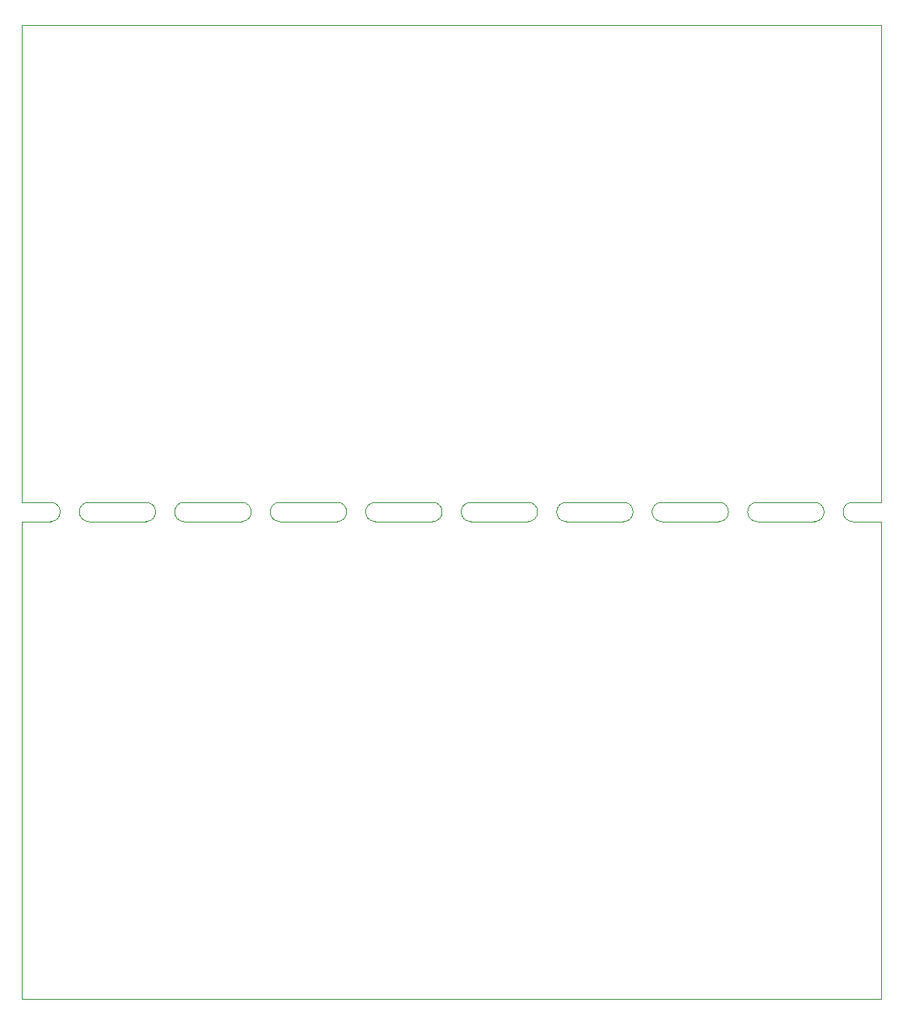
<source format=gbr>
%TF.GenerationSoftware,KiCad,Pcbnew,8.0.8*%
%TF.CreationDate,2025-03-04T17:08:21-05:00*%
%TF.ProjectId,board_AB,626f6172-645f-4414-922e-6b696361645f,rev?*%
%TF.SameCoordinates,Original*%
%TF.FileFunction,Profile,NP*%
%FSLAX46Y46*%
G04 Gerber Fmt 4.6, Leading zero omitted, Abs format (unit mm)*
G04 Created by KiCad (PCBNEW 8.0.8) date 2025-03-04 17:08:21*
%MOMM*%
%LPD*%
G01*
G04 APERTURE LIST*
%TA.AperFunction,Profile*%
%ADD10C,0.100000*%
%TD*%
G04 APERTURE END LIST*
D10*
X103500000Y-72000000D02*
X106500000Y-72000000D01*
X176500000Y-70000000D02*
G75*
G02*
X176500000Y-72000000I0J-1000000D01*
G01*
X190500000Y-72000000D02*
X193500000Y-72000000D01*
X156500000Y-70000000D02*
X150500000Y-70000000D01*
X150500000Y-72000000D02*
X156500000Y-72000000D01*
X156500000Y-70000000D02*
G75*
G02*
X156500000Y-72000000I0J-1000000D01*
G01*
X110500000Y-72000000D02*
X116500000Y-72000000D01*
X170500000Y-72000000D02*
X176500000Y-72000000D01*
X116500000Y-70000000D02*
G75*
G02*
X116500000Y-72000000I0J-1000000D01*
G01*
X193500000Y-20000000D02*
X193500000Y-70000000D01*
X140500000Y-72000000D02*
G75*
G02*
X140500000Y-70000000I0J1000000D01*
G01*
X180500000Y-72000000D02*
G75*
G02*
X180500000Y-70000000I0J1000000D01*
G01*
X110500000Y-72000000D02*
G75*
G02*
X110500000Y-70000000I0J1000000D01*
G01*
X190500000Y-72000000D02*
G75*
G02*
X190500000Y-70000000I0J1000000D01*
G01*
X176500000Y-70000000D02*
X170500000Y-70000000D01*
X160500000Y-72000000D02*
G75*
G02*
X160500000Y-70000000I0J1000000D01*
G01*
X103500000Y-70000000D02*
X103500000Y-20000000D01*
X140500000Y-72000000D02*
X146500000Y-72000000D01*
X130500000Y-72000000D02*
G75*
G02*
X130500000Y-70000000I0J1000000D01*
G01*
X103500000Y-122000000D02*
X103500000Y-72000000D01*
X146500000Y-70000000D02*
X140500000Y-70000000D01*
X126500000Y-70000000D02*
G75*
G02*
X126500000Y-72000000I0J-1000000D01*
G01*
X186500000Y-70000000D02*
X180500000Y-70000000D01*
X106500000Y-70000000D02*
X103500000Y-70000000D01*
X166500000Y-70000000D02*
X160500000Y-70000000D01*
X106500000Y-70000000D02*
G75*
G02*
X106500000Y-72000000I0J-1000000D01*
G01*
X136500000Y-70000000D02*
G75*
G02*
X136500000Y-72000000I0J-1000000D01*
G01*
X193500000Y-72000000D02*
X193500000Y-122000000D01*
X170500000Y-72000000D02*
G75*
G02*
X170500000Y-70000000I0J1000000D01*
G01*
X130500000Y-72000000D02*
X136500000Y-72000000D01*
X193500000Y-70000000D02*
X190500000Y-70000000D01*
X180500000Y-72000000D02*
X186500000Y-72000000D01*
X186500000Y-70000000D02*
G75*
G02*
X186500000Y-72000000I0J-1000000D01*
G01*
X126500000Y-70000000D02*
X120500000Y-70000000D01*
X166500000Y-70000000D02*
G75*
G02*
X166500000Y-72000000I0J-1000000D01*
G01*
X120500000Y-72000000D02*
X126500000Y-72000000D01*
X150500000Y-72000000D02*
G75*
G02*
X150500000Y-70000000I0J1000000D01*
G01*
X116500000Y-70000000D02*
X110500000Y-70000000D01*
X103500000Y-20000000D02*
X193500000Y-20000000D01*
X193500000Y-122000000D02*
X103500000Y-122000000D01*
X136500000Y-70000000D02*
X130500000Y-70000000D01*
X146500000Y-70000000D02*
G75*
G02*
X146500000Y-72000000I0J-1000000D01*
G01*
X120500000Y-72000000D02*
G75*
G02*
X120500000Y-70000000I0J1000000D01*
G01*
X160500000Y-72000000D02*
X166500000Y-72000000D01*
M02*

</source>
